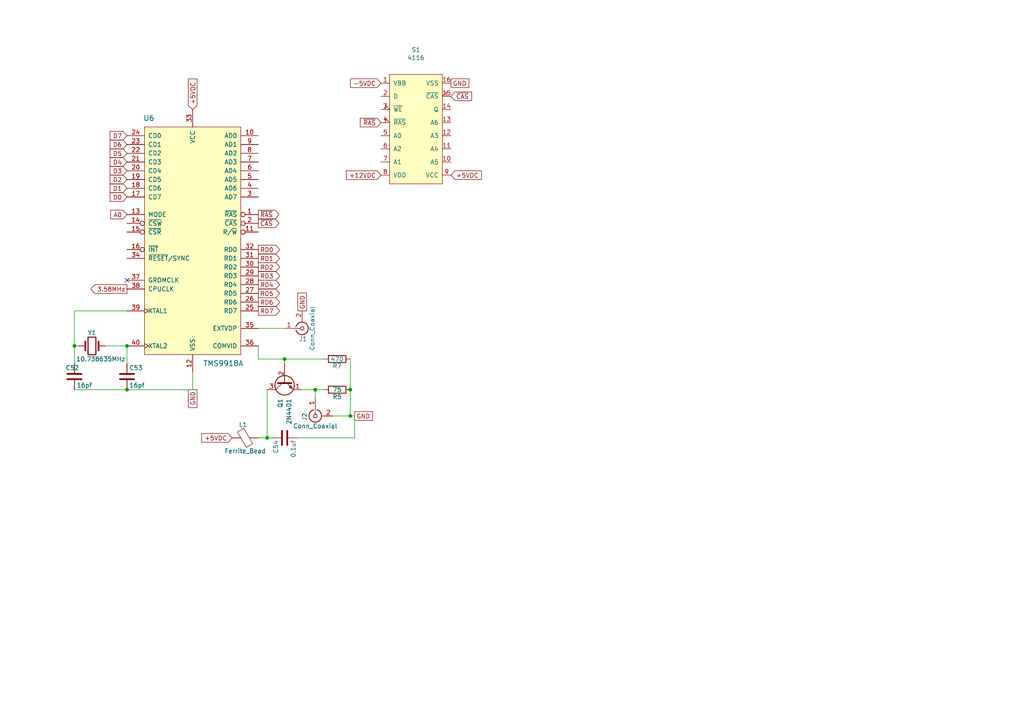
<source format=kicad_sch>
(kicad_sch
	(version 20231120)
	(generator "eeschema")
	(generator_version "8.0")
	(uuid "c0f60775-2c8e-4af1-b9e1-fac1afb44173")
	(paper "A4")
	(lib_symbols
		(symbol "Connector:Conn_Coaxial"
			(pin_names
				(offset 1.016) hide)
			(exclude_from_sim no)
			(in_bom yes)
			(on_board yes)
			(property "Reference" "J"
				(at 0.254 3.048 0)
				(effects
					(font
						(size 1.27 1.27)
					)
				)
			)
			(property "Value" "Conn_Coaxial"
				(at 2.921 0 90)
				(effects
					(font
						(size 1.27 1.27)
					)
				)
			)
			(property "Footprint" ""
				(at 0 0 0)
				(effects
					(font
						(size 1.27 1.27)
					)
					(hide yes)
				)
			)
			(property "Datasheet" " ~"
				(at 0 0 0)
				(effects
					(font
						(size 1.27 1.27)
					)
					(hide yes)
				)
			)
			(property "Description" "coaxial connector (BNC, SMA, SMB, SMC, Cinch/RCA, LEMO, ...)"
				(at 0 0 0)
				(effects
					(font
						(size 1.27 1.27)
					)
					(hide yes)
				)
			)
			(property "ki_keywords" "BNC SMA SMB SMC LEMO coaxial connector CINCH RCA"
				(at 0 0 0)
				(effects
					(font
						(size 1.27 1.27)
					)
					(hide yes)
				)
			)
			(property "ki_fp_filters" "*BNC* *SMA* *SMB* *SMC* *Cinch* *LEMO*"
				(at 0 0 0)
				(effects
					(font
						(size 1.27 1.27)
					)
					(hide yes)
				)
			)
			(symbol "Conn_Coaxial_0_1"
				(arc
					(start -1.778 -0.508)
					(mid 0.222 -1.808)
					(end 1.778 0)
					(stroke
						(width 0.254)
						(type default)
					)
					(fill
						(type none)
					)
				)
				(polyline
					(pts
						(xy -2.54 0) (xy -0.508 0)
					)
					(stroke
						(width 0)
						(type default)
					)
					(fill
						(type none)
					)
				)
				(polyline
					(pts
						(xy 0 -2.54) (xy 0 -1.778)
					)
					(stroke
						(width 0)
						(type default)
					)
					(fill
						(type none)
					)
				)
				(circle
					(center 0 0)
					(radius 0.508)
					(stroke
						(width 0.2032)
						(type default)
					)
					(fill
						(type none)
					)
				)
				(arc
					(start 1.778 0)
					(mid 0.2221 1.8083)
					(end -1.778 0.508)
					(stroke
						(width 0.254)
						(type default)
					)
					(fill
						(type none)
					)
				)
			)
			(symbol "Conn_Coaxial_1_1"
				(pin passive line
					(at -5.08 0 0)
					(length 2.54)
					(name "In"
						(effects
							(font
								(size 1.27 1.27)
							)
						)
					)
					(number "1"
						(effects
							(font
								(size 1.27 1.27)
							)
						)
					)
				)
				(pin passive line
					(at 0 -5.08 90)
					(length 2.54)
					(name "Ext"
						(effects
							(font
								(size 1.27 1.27)
							)
						)
					)
					(number "2"
						(effects
							(font
								(size 1.27 1.27)
							)
						)
					)
				)
			)
		)
		(symbol "Device:C"
			(pin_numbers hide)
			(pin_names
				(offset 0.254)
			)
			(exclude_from_sim no)
			(in_bom yes)
			(on_board yes)
			(property "Reference" "C"
				(at 0.635 2.54 0)
				(effects
					(font
						(size 1.27 1.27)
					)
					(justify left)
				)
			)
			(property "Value" "C"
				(at 0.635 -2.54 0)
				(effects
					(font
						(size 1.27 1.27)
					)
					(justify left)
				)
			)
			(property "Footprint" ""
				(at 0.9652 -3.81 0)
				(effects
					(font
						(size 1.27 1.27)
					)
					(hide yes)
				)
			)
			(property "Datasheet" "~"
				(at 0 0 0)
				(effects
					(font
						(size 1.27 1.27)
					)
					(hide yes)
				)
			)
			(property "Description" "Unpolarized capacitor"
				(at 0 0 0)
				(effects
					(font
						(size 1.27 1.27)
					)
					(hide yes)
				)
			)
			(property "ki_keywords" "cap capacitor"
				(at 0 0 0)
				(effects
					(font
						(size 1.27 1.27)
					)
					(hide yes)
				)
			)
			(property "ki_fp_filters" "C_*"
				(at 0 0 0)
				(effects
					(font
						(size 1.27 1.27)
					)
					(hide yes)
				)
			)
			(symbol "C_0_1"
				(polyline
					(pts
						(xy -2.032 -0.762) (xy 2.032 -0.762)
					)
					(stroke
						(width 0.508)
						(type default)
					)
					(fill
						(type none)
					)
				)
				(polyline
					(pts
						(xy -2.032 0.762) (xy 2.032 0.762)
					)
					(stroke
						(width 0.508)
						(type default)
					)
					(fill
						(type none)
					)
				)
			)
			(symbol "C_1_1"
				(pin passive line
					(at 0 3.81 270)
					(length 2.794)
					(name "~"
						(effects
							(font
								(size 1.27 1.27)
							)
						)
					)
					(number "1"
						(effects
							(font
								(size 1.27 1.27)
							)
						)
					)
				)
				(pin passive line
					(at 0 -3.81 90)
					(length 2.794)
					(name "~"
						(effects
							(font
								(size 1.27 1.27)
							)
						)
					)
					(number "2"
						(effects
							(font
								(size 1.27 1.27)
							)
						)
					)
				)
			)
		)
		(symbol "Device:Crystal"
			(pin_numbers hide)
			(pin_names
				(offset 1.016) hide)
			(exclude_from_sim no)
			(in_bom yes)
			(on_board yes)
			(property "Reference" "Y"
				(at 0 3.81 0)
				(effects
					(font
						(size 1.27 1.27)
					)
				)
			)
			(property "Value" "Crystal"
				(at 0 -3.81 0)
				(effects
					(font
						(size 1.27 1.27)
					)
				)
			)
			(property "Footprint" ""
				(at 0 0 0)
				(effects
					(font
						(size 1.27 1.27)
					)
					(hide yes)
				)
			)
			(property "Datasheet" "~"
				(at 0 0 0)
				(effects
					(font
						(size 1.27 1.27)
					)
					(hide yes)
				)
			)
			(property "Description" "Two pin crystal"
				(at 0 0 0)
				(effects
					(font
						(size 1.27 1.27)
					)
					(hide yes)
				)
			)
			(property "ki_keywords" "quartz ceramic resonator oscillator"
				(at 0 0 0)
				(effects
					(font
						(size 1.27 1.27)
					)
					(hide yes)
				)
			)
			(property "ki_fp_filters" "Crystal*"
				(at 0 0 0)
				(effects
					(font
						(size 1.27 1.27)
					)
					(hide yes)
				)
			)
			(symbol "Crystal_0_1"
				(rectangle
					(start -1.143 2.54)
					(end 1.143 -2.54)
					(stroke
						(width 0.3048)
						(type default)
					)
					(fill
						(type none)
					)
				)
				(polyline
					(pts
						(xy -2.54 0) (xy -1.905 0)
					)
					(stroke
						(width 0)
						(type default)
					)
					(fill
						(type none)
					)
				)
				(polyline
					(pts
						(xy -1.905 -1.27) (xy -1.905 1.27)
					)
					(stroke
						(width 0.508)
						(type default)
					)
					(fill
						(type none)
					)
				)
				(polyline
					(pts
						(xy 1.905 -1.27) (xy 1.905 1.27)
					)
					(stroke
						(width 0.508)
						(type default)
					)
					(fill
						(type none)
					)
				)
				(polyline
					(pts
						(xy 2.54 0) (xy 1.905 0)
					)
					(stroke
						(width 0)
						(type default)
					)
					(fill
						(type none)
					)
				)
			)
			(symbol "Crystal_1_1"
				(pin passive line
					(at -3.81 0 0)
					(length 1.27)
					(name "1"
						(effects
							(font
								(size 1.27 1.27)
							)
						)
					)
					(number "1"
						(effects
							(font
								(size 1.27 1.27)
							)
						)
					)
				)
				(pin passive line
					(at 3.81 0 180)
					(length 1.27)
					(name "2"
						(effects
							(font
								(size 1.27 1.27)
							)
						)
					)
					(number "2"
						(effects
							(font
								(size 1.27 1.27)
							)
						)
					)
				)
			)
		)
		(symbol "Device:Ferrite_Bead"
			(pin_numbers hide)
			(pin_names
				(offset 0)
			)
			(exclude_from_sim no)
			(in_bom yes)
			(on_board yes)
			(property "Reference" "FB"
				(at -3.81 0.635 90)
				(effects
					(font
						(size 1.27 1.27)
					)
				)
			)
			(property "Value" "Device_Ferrite_Bead"
				(at 3.81 0 90)
				(effects
					(font
						(size 1.27 1.27)
					)
				)
			)
			(property "Footprint" ""
				(at -1.778 0 90)
				(effects
					(font
						(size 1.27 1.27)
					)
					(hide yes)
				)
			)
			(property "Datasheet" ""
				(at 0 0 0)
				(effects
					(font
						(size 1.27 1.27)
					)
					(hide yes)
				)
			)
			(property "Description" ""
				(at 0 0 0)
				(effects
					(font
						(size 1.27 1.27)
					)
					(hide yes)
				)
			)
			(property "ki_fp_filters" "Inductor_* L_* *Ferrite*"
				(at 0 0 0)
				(effects
					(font
						(size 1.27 1.27)
					)
					(hide yes)
				)
			)
			(symbol "Ferrite_Bead_0_1"
				(polyline
					(pts
						(xy 0 -1.27) (xy 0 -1.2192)
					)
					(stroke
						(width 0)
						(type default)
					)
					(fill
						(type none)
					)
				)
				(polyline
					(pts
						(xy 0 1.27) (xy 0 1.2954)
					)
					(stroke
						(width 0)
						(type default)
					)
					(fill
						(type none)
					)
				)
				(polyline
					(pts
						(xy -2.7686 0.4064) (xy -1.7018 2.2606) (xy 2.7686 -0.3048) (xy 1.6764 -2.159) (xy -2.7686 0.4064)
					)
					(stroke
						(width 0)
						(type default)
					)
					(fill
						(type none)
					)
				)
			)
			(symbol "Ferrite_Bead_1_1"
				(pin passive line
					(at 0 3.81 270)
					(length 2.54)
					(name "~"
						(effects
							(font
								(size 1.27 1.27)
							)
						)
					)
					(number "1"
						(effects
							(font
								(size 1.27 1.27)
							)
						)
					)
				)
				(pin passive line
					(at 0 -3.81 90)
					(length 2.54)
					(name "~"
						(effects
							(font
								(size 1.27 1.27)
							)
						)
					)
					(number "2"
						(effects
							(font
								(size 1.27 1.27)
							)
						)
					)
				)
			)
		)
		(symbol "Device:Q_NPN_EBC"
			(pin_names
				(offset 0) hide)
			(exclude_from_sim no)
			(in_bom yes)
			(on_board yes)
			(property "Reference" "Q"
				(at 5.08 1.27 0)
				(effects
					(font
						(size 1.27 1.27)
					)
					(justify left)
				)
			)
			(property "Value" "Q_NPN_EBC"
				(at 5.08 -1.27 0)
				(effects
					(font
						(size 1.27 1.27)
					)
					(justify left)
				)
			)
			(property "Footprint" ""
				(at 5.08 2.54 0)
				(effects
					(font
						(size 1.27 1.27)
					)
					(hide yes)
				)
			)
			(property "Datasheet" "~"
				(at 0 0 0)
				(effects
					(font
						(size 1.27 1.27)
					)
					(hide yes)
				)
			)
			(property "Description" "NPN transistor, emitter/base/collector"
				(at 0 0 0)
				(effects
					(font
						(size 1.27 1.27)
					)
					(hide yes)
				)
			)
			(property "ki_keywords" "transistor NPN"
				(at 0 0 0)
				(effects
					(font
						(size 1.27 1.27)
					)
					(hide yes)
				)
			)
			(symbol "Q_NPN_EBC_0_1"
				(polyline
					(pts
						(xy 0.635 0.635) (xy 2.54 2.54)
					)
					(stroke
						(width 0)
						(type default)
					)
					(fill
						(type none)
					)
				)
				(polyline
					(pts
						(xy 0.635 -0.635) (xy 2.54 -2.54) (xy 2.54 -2.54)
					)
					(stroke
						(width 0)
						(type default)
					)
					(fill
						(type none)
					)
				)
				(polyline
					(pts
						(xy 0.635 1.905) (xy 0.635 -1.905) (xy 0.635 -1.905)
					)
					(stroke
						(width 0.508)
						(type default)
					)
					(fill
						(type none)
					)
				)
				(polyline
					(pts
						(xy 1.27 -1.778) (xy 1.778 -1.27) (xy 2.286 -2.286) (xy 1.27 -1.778) (xy 1.27 -1.778)
					)
					(stroke
						(width 0)
						(type default)
					)
					(fill
						(type outline)
					)
				)
				(circle
					(center 1.27 0)
					(radius 2.8194)
					(stroke
						(width 0.254)
						(type default)
					)
					(fill
						(type none)
					)
				)
			)
			(symbol "Q_NPN_EBC_1_1"
				(pin passive line
					(at 2.54 -5.08 90)
					(length 2.54)
					(name "E"
						(effects
							(font
								(size 1.27 1.27)
							)
						)
					)
					(number "1"
						(effects
							(font
								(size 1.27 1.27)
							)
						)
					)
				)
				(pin passive line
					(at -5.08 0 0)
					(length 5.715)
					(name "B"
						(effects
							(font
								(size 1.27 1.27)
							)
						)
					)
					(number "2"
						(effects
							(font
								(size 1.27 1.27)
							)
						)
					)
				)
				(pin passive line
					(at 2.54 5.08 270)
					(length 2.54)
					(name "C"
						(effects
							(font
								(size 1.27 1.27)
							)
						)
					)
					(number "3"
						(effects
							(font
								(size 1.27 1.27)
							)
						)
					)
				)
			)
		)
		(symbol "Device:R"
			(pin_numbers hide)
			(pin_names
				(offset 0)
			)
			(exclude_from_sim no)
			(in_bom yes)
			(on_board yes)
			(property "Reference" "R"
				(at 2.032 0 90)
				(effects
					(font
						(size 1.27 1.27)
					)
				)
			)
			(property "Value" "R"
				(at 0 0 90)
				(effects
					(font
						(size 1.27 1.27)
					)
				)
			)
			(property "Footprint" ""
				(at -1.778 0 90)
				(effects
					(font
						(size 1.27 1.27)
					)
					(hide yes)
				)
			)
			(property "Datasheet" "~"
				(at 0 0 0)
				(effects
					(font
						(size 1.27 1.27)
					)
					(hide yes)
				)
			)
			(property "Description" "Resistor"
				(at 0 0 0)
				(effects
					(font
						(size 1.27 1.27)
					)
					(hide yes)
				)
			)
			(property "ki_keywords" "R res resistor"
				(at 0 0 0)
				(effects
					(font
						(size 1.27 1.27)
					)
					(hide yes)
				)
			)
			(property "ki_fp_filters" "R_*"
				(at 0 0 0)
				(effects
					(font
						(size 1.27 1.27)
					)
					(hide yes)
				)
			)
			(symbol "R_0_1"
				(rectangle
					(start -1.016 -2.54)
					(end 1.016 2.54)
					(stroke
						(width 0.254)
						(type default)
					)
					(fill
						(type none)
					)
				)
			)
			(symbol "R_1_1"
				(pin passive line
					(at 0 3.81 270)
					(length 1.27)
					(name "~"
						(effects
							(font
								(size 1.27 1.27)
							)
						)
					)
					(number "1"
						(effects
							(font
								(size 1.27 1.27)
							)
						)
					)
				)
				(pin passive line
					(at 0 -3.81 90)
					(length 1.27)
					(name "~"
						(effects
							(font
								(size 1.27 1.27)
							)
						)
					)
					(number "2"
						(effects
							(font
								(size 1.27 1.27)
							)
						)
					)
				)
			)
		)
		(symbol "TMS9918-rescue:TMS9918A-TMS9918"
			(pin_names
				(offset 1.016)
			)
			(exclude_from_sim no)
			(in_bom yes)
			(on_board yes)
			(property "Reference" "U"
				(at -12.7 35.56 0)
				(effects
					(font
						(size 1.524 1.524)
					)
				)
			)
			(property "Value" "TMS9918-rescue_TMS9918A-TMS9918"
				(at 8.89 -35.56 0)
				(effects
					(font
						(size 1.524 1.524)
					)
				)
			)
			(property "Footprint" ""
				(at 1.27 2.54 0)
				(effects
					(font
						(size 1.524 1.524)
					)
					(hide yes)
				)
			)
			(property "Datasheet" ""
				(at 1.27 2.54 0)
				(effects
					(font
						(size 1.524 1.524)
					)
					(hide yes)
				)
			)
			(property "Description" ""
				(at 0 0 0)
				(effects
					(font
						(size 1.27 1.27)
					)
					(hide yes)
				)
			)
			(symbol "TMS9918A-TMS9918_0_1"
				(rectangle
					(start -13.97 33.02)
					(end 13.97 -33.02)
					(stroke
						(width 0)
						(type default)
					)
					(fill
						(type background)
					)
				)
			)
			(symbol "TMS9918A-TMS9918_1_1"
				(pin output inverted
					(at 19.05 7.62 180)
					(length 5.08)
					(name "~{RAS}"
						(effects
							(font
								(size 1.27 1.27)
							)
						)
					)
					(number "1"
						(effects
							(font
								(size 1.27 1.27)
							)
						)
					)
				)
				(pin output line
					(at 19.05 30.48 180)
					(length 5.08)
					(name "AD0"
						(effects
							(font
								(size 1.27 1.27)
							)
						)
					)
					(number "10"
						(effects
							(font
								(size 1.27 1.27)
							)
						)
					)
				)
				(pin output inverted
					(at 19.05 2.54 180)
					(length 5.08)
					(name "R/~{W}"
						(effects
							(font
								(size 1.27 1.27)
							)
						)
					)
					(number "11"
						(effects
							(font
								(size 1.27 1.27)
							)
						)
					)
				)
				(pin power_in line
					(at 0 -38.1 90)
					(length 5.08)
					(name "VSS"
						(effects
							(font
								(size 1.27 1.27)
							)
						)
					)
					(number "12"
						(effects
							(font
								(size 1.27 1.27)
							)
						)
					)
				)
				(pin input line
					(at -19.05 7.62 0)
					(length 5.08)
					(name "MODE"
						(effects
							(font
								(size 1.27 1.27)
							)
						)
					)
					(number "13"
						(effects
							(font
								(size 1.27 1.27)
							)
						)
					)
				)
				(pin input inverted
					(at -19.05 5.08 0)
					(length 5.08)
					(name "~{CSW}"
						(effects
							(font
								(size 1.27 1.27)
							)
						)
					)
					(number "14"
						(effects
							(font
								(size 1.27 1.27)
							)
						)
					)
				)
				(pin input inverted
					(at -19.05 2.54 0)
					(length 5.08)
					(name "~{CSR}"
						(effects
							(font
								(size 1.27 1.27)
							)
						)
					)
					(number "15"
						(effects
							(font
								(size 1.27 1.27)
							)
						)
					)
				)
				(pin output inverted
					(at -19.05 -2.54 0)
					(length 5.08)
					(name "~{INT}"
						(effects
							(font
								(size 1.27 1.27)
							)
						)
					)
					(number "16"
						(effects
							(font
								(size 1.27 1.27)
							)
						)
					)
				)
				(pin bidirectional line
					(at -19.05 12.7 0)
					(length 5.08)
					(name "CD7"
						(effects
							(font
								(size 1.27 1.27)
							)
						)
					)
					(number "17"
						(effects
							(font
								(size 1.27 1.27)
							)
						)
					)
				)
				(pin bidirectional line
					(at -19.05 15.24 0)
					(length 5.08)
					(name "CD6"
						(effects
							(font
								(size 1.27 1.27)
							)
						)
					)
					(number "18"
						(effects
							(font
								(size 1.27 1.27)
							)
						)
					)
				)
				(pin bidirectional line
					(at -19.05 17.78 0)
					(length 5.08)
					(name "CD5"
						(effects
							(font
								(size 1.27 1.27)
							)
						)
					)
					(number "19"
						(effects
							(font
								(size 1.27 1.27)
							)
						)
					)
				)
				(pin output inverted
					(at 19.05 5.08 180)
					(length 5.08)
					(name "~{CAS}"
						(effects
							(font
								(size 1.27 1.27)
							)
						)
					)
					(number "2"
						(effects
							(font
								(size 1.27 1.27)
							)
						)
					)
				)
				(pin bidirectional line
					(at -19.05 20.32 0)
					(length 5.08)
					(name "CD4"
						(effects
							(font
								(size 1.27 1.27)
							)
						)
					)
					(number "20"
						(effects
							(font
								(size 1.27 1.27)
							)
						)
					)
				)
				(pin bidirectional line
					(at -19.05 22.86 0)
					(length 5.08)
					(name "CD3"
						(effects
							(font
								(size 1.27 1.27)
							)
						)
					)
					(number "21"
						(effects
							(font
								(size 1.27 1.27)
							)
						)
					)
				)
				(pin bidirectional line
					(at -19.05 25.4 0)
					(length 5.08)
					(name "CD2"
						(effects
							(font
								(size 1.27 1.27)
							)
						)
					)
					(number "22"
						(effects
							(font
								(size 1.27 1.27)
							)
						)
					)
				)
				(pin bidirectional line
					(at -19.05 27.94 0)
					(length 5.08)
					(name "CD1"
						(effects
							(font
								(size 1.27 1.27)
							)
						)
					)
					(number "23"
						(effects
							(font
								(size 1.27 1.27)
							)
						)
					)
				)
				(pin bidirectional line
					(at -19.05 30.48 0)
					(length 5.08)
					(name "CD0"
						(effects
							(font
								(size 1.27 1.27)
							)
						)
					)
					(number "24"
						(effects
							(font
								(size 1.27 1.27)
							)
						)
					)
				)
				(pin input line
					(at 19.05 -20.32 180)
					(length 5.08)
					(name "RD7"
						(effects
							(font
								(size 1.27 1.27)
							)
						)
					)
					(number "25"
						(effects
							(font
								(size 1.27 1.27)
							)
						)
					)
				)
				(pin input line
					(at 19.05 -17.78 180)
					(length 5.08)
					(name "RD6"
						(effects
							(font
								(size 1.27 1.27)
							)
						)
					)
					(number "26"
						(effects
							(font
								(size 1.27 1.27)
							)
						)
					)
				)
				(pin input line
					(at 19.05 -15.24 180)
					(length 5.08)
					(name "RD5"
						(effects
							(font
								(size 1.27 1.27)
							)
						)
					)
					(number "27"
						(effects
							(font
								(size 1.27 1.27)
							)
						)
					)
				)
				(pin input line
					(at 19.05 -12.7 180)
					(length 5.08)
					(name "RD4"
						(effects
							(font
								(size 1.27 1.27)
							)
						)
					)
					(number "28"
						(effects
							(font
								(size 1.27 1.27)
							)
						)
					)
				)
				(pin input line
					(at 19.05 -10.16 180)
					(length 5.08)
					(name "RD3"
						(effects
							(font
								(size 1.27 1.27)
							)
						)
					)
					(number "29"
						(effects
							(font
								(size 1.27 1.27)
							)
						)
					)
				)
				(pin output line
					(at 19.05 12.7 180)
					(length 5.08)
					(name "AD7"
						(effects
							(font
								(size 1.27 1.27)
							)
						)
					)
					(number "3"
						(effects
							(font
								(size 1.27 1.27)
							)
						)
					)
				)
				(pin input line
					(at 19.05 -7.62 180)
					(length 5.08)
					(name "RD2"
						(effects
							(font
								(size 1.27 1.27)
							)
						)
					)
					(number "30"
						(effects
							(font
								(size 1.27 1.27)
							)
						)
					)
				)
				(pin input line
					(at 19.05 -5.08 180)
					(length 5.08)
					(name "RD1"
						(effects
							(font
								(size 1.27 1.27)
							)
						)
					)
					(number "31"
						(effects
							(font
								(size 1.27 1.27)
							)
						)
					)
				)
				(pin input line
					(at 19.05 -2.54 180)
					(length 5.08)
					(name "RD0"
						(effects
							(font
								(size 1.27 1.27)
							)
						)
					)
					(number "32"
						(effects
							(font
								(size 1.27 1.27)
							)
						)
					)
				)
				(pin power_in line
					(at 0 38.1 270)
					(length 5.08)
					(name "VCC"
						(effects
							(font
								(size 1.27 1.27)
							)
						)
					)
					(number "33"
						(effects
							(font
								(size 1.27 1.27)
							)
						)
					)
				)
				(pin input line
					(at -19.05 -5.08 0)
					(length 5.08)
					(name "~{RESET}/SYNC"
						(effects
							(font
								(size 1.27 1.27)
							)
						)
					)
					(number "34"
						(effects
							(font
								(size 1.27 1.27)
							)
						)
					)
				)
				(pin bidirectional line
					(at 19.05 -25.4 180)
					(length 5.08)
					(name "EXTVDP"
						(effects
							(font
								(size 1.27 1.27)
							)
						)
					)
					(number "35"
						(effects
							(font
								(size 1.27 1.27)
							)
						)
					)
				)
				(pin output line
					(at 19.05 -30.48 180)
					(length 5.08)
					(name "COMVID"
						(effects
							(font
								(size 1.27 1.27)
							)
						)
					)
					(number "36"
						(effects
							(font
								(size 1.27 1.27)
							)
						)
					)
				)
				(pin output line
					(at -19.05 -11.43 0)
					(length 5.08)
					(name "GROMCLK"
						(effects
							(font
								(size 1.27 1.27)
							)
						)
					)
					(number "37"
						(effects
							(font
								(size 1.27 1.27)
							)
						)
					)
				)
				(pin output line
					(at -19.05 -13.97 0)
					(length 5.08)
					(name "CPUCLK"
						(effects
							(font
								(size 1.27 1.27)
							)
						)
					)
					(number "38"
						(effects
							(font
								(size 1.27 1.27)
							)
						)
					)
				)
				(pin input clock
					(at -19.05 -20.32 0)
					(length 5.08)
					(name "XTAL1"
						(effects
							(font
								(size 1.27 1.27)
							)
						)
					)
					(number "39"
						(effects
							(font
								(size 1.27 1.27)
							)
						)
					)
				)
				(pin output line
					(at 19.05 15.24 180)
					(length 5.08)
					(name "AD6"
						(effects
							(font
								(size 1.27 1.27)
							)
						)
					)
					(number "4"
						(effects
							(font
								(size 1.27 1.27)
							)
						)
					)
				)
				(pin input clock
					(at -19.05 -30.48 0)
					(length 5.08)
					(name "XTAL2"
						(effects
							(font
								(size 1.27 1.27)
							)
						)
					)
					(number "40"
						(effects
							(font
								(size 1.27 1.27)
							)
						)
					)
				)
				(pin output line
					(at 19.05 17.78 180)
					(length 5.08)
					(name "AD5"
						(effects
							(font
								(size 1.27 1.27)
							)
						)
					)
					(number "5"
						(effects
							(font
								(size 1.27 1.27)
							)
						)
					)
				)
				(pin output line
					(at 19.05 20.32 180)
					(length 5.08)
					(name "AD4"
						(effects
							(font
								(size 1.27 1.27)
							)
						)
					)
					(number "6"
						(effects
							(font
								(size 1.27 1.27)
							)
						)
					)
				)
				(pin output line
					(at 19.05 22.86 180)
					(length 5.08)
					(name "AD3"
						(effects
							(font
								(size 1.27 1.27)
							)
						)
					)
					(number "7"
						(effects
							(font
								(size 1.27 1.27)
							)
						)
					)
				)
				(pin output line
					(at 19.05 25.4 180)
					(length 5.08)
					(name "AD2"
						(effects
							(font
								(size 1.27 1.27)
							)
						)
					)
					(number "8"
						(effects
							(font
								(size 1.27 1.27)
							)
						)
					)
				)
				(pin output line
					(at 19.05 27.94 180)
					(length 5.08)
					(name "AD1"
						(effects
							(font
								(size 1.27 1.27)
							)
						)
					)
					(number "9"
						(effects
							(font
								(size 1.27 1.27)
							)
						)
					)
				)
			)
		)
		(symbol "zxspectrum:ZX_4116_DRAM"
			(pin_names
				(offset 1.016)
			)
			(exclude_from_sim no)
			(in_bom yes)
			(on_board yes)
			(property "Reference" "U"
				(at 0 0 0)
				(effects
					(font
						(size 1.27 1.27)
					)
				)
			)
			(property "Value" "ZX_4116_DRAM"
				(at 0 0 0)
				(effects
					(font
						(size 1.27 1.27)
					)
				)
			)
			(property "Footprint" "Package_DIP:DIP-16_W7.62mm"
				(at 0 0 0)
				(effects
					(font
						(size 1.27 1.27)
					)
					(hide yes)
				)
			)
			(property "Datasheet" ""
				(at 0 0 0)
				(effects
					(font
						(size 1.27 1.27)
					)
					(hide yes)
				)
			)
			(property "Description" ""
				(at 0 0 0)
				(effects
					(font
						(size 1.27 1.27)
					)
					(hide yes)
				)
			)
			(symbol "ZX_4116_DRAM_0_1"
				(rectangle
					(start -7.62 15.24)
					(end 7.62 -16.51)
					(stroke
						(width 0)
						(type solid)
					)
					(fill
						(type background)
					)
				)
			)
			(symbol "ZX_4116_DRAM_1_1"
				(pin power_in line
					(at -10.16 12.7 0)
					(length 2.54)
					(name "VBB"
						(effects
							(font
								(size 1.27 1.27)
							)
						)
					)
					(number "1"
						(effects
							(font
								(size 1.27 1.27)
							)
						)
					)
				)
				(pin input line
					(at 10.16 -10.16 180)
					(length 2.54)
					(name "A5"
						(effects
							(font
								(size 1.27 1.27)
							)
						)
					)
					(number "10"
						(effects
							(font
								(size 1.27 1.27)
							)
						)
					)
				)
				(pin input line
					(at 10.16 -6.35 180)
					(length 2.54)
					(name "A4"
						(effects
							(font
								(size 1.27 1.27)
							)
						)
					)
					(number "11"
						(effects
							(font
								(size 1.27 1.27)
							)
						)
					)
				)
				(pin input line
					(at 10.16 -2.54 180)
					(length 2.54)
					(name "A3"
						(effects
							(font
								(size 1.27 1.27)
							)
						)
					)
					(number "12"
						(effects
							(font
								(size 1.27 1.27)
							)
						)
					)
				)
				(pin input line
					(at 10.16 1.27 180)
					(length 2.54)
					(name "A6"
						(effects
							(font
								(size 1.27 1.27)
							)
						)
					)
					(number "13"
						(effects
							(font
								(size 1.27 1.27)
							)
						)
					)
				)
				(pin output line
					(at 10.16 5.08 180)
					(length 2.54)
					(name "Q"
						(effects
							(font
								(size 1.27 1.27)
							)
						)
					)
					(number "14"
						(effects
							(font
								(size 1.27 1.27)
							)
						)
					)
				)
				(pin input input_low
					(at 10.16 8.89 180)
					(length 2.54)
					(name "~{CAS}"
						(effects
							(font
								(size 1.27 1.27)
							)
						)
					)
					(number "15"
						(effects
							(font
								(size 1.27 1.27)
							)
						)
					)
				)
				(pin power_in line
					(at 10.16 12.7 180)
					(length 2.54)
					(name "VSS"
						(effects
							(font
								(size 1.27 1.27)
							)
						)
					)
					(number "16"
						(effects
							(font
								(size 1.27 1.27)
							)
						)
					)
				)
				(pin input line
					(at -10.16 8.89 0)
					(length 2.54)
					(name "D"
						(effects
							(font
								(size 1.27 1.27)
							)
						)
					)
					(number "2"
						(effects
							(font
								(size 1.27 1.27)
							)
						)
					)
				)
				(pin input input_low
					(at -10.16 5.08 0)
					(length 2.54)
					(name "~{WE}"
						(effects
							(font
								(size 1.27 1.27)
							)
						)
					)
					(number "3"
						(effects
							(font
								(size 1.27 1.27)
							)
						)
					)
				)
				(pin input input_low
					(at -10.16 1.27 0)
					(length 2.54)
					(name "~{RAS}"
						(effects
							(font
								(size 1.27 1.27)
							)
						)
					)
					(number "4"
						(effects
							(font
								(size 1.27 1.27)
							)
						)
					)
				)
				(pin input line
					(at -10.16 -2.54 0)
					(length 2.54)
					(name "A0"
						(effects
							(font
								(size 1.27 1.27)
							)
						)
					)
					(number "5"
						(effects
							(font
								(size 1.27 1.27)
							)
						)
					)
				)
				(pin input line
					(at -10.16 -6.35 0)
					(length 2.54)
					(name "A2"
						(effects
							(font
								(size 1.27 1.27)
							)
						)
					)
					(number "6"
						(effects
							(font
								(size 1.27 1.27)
							)
						)
					)
				)
				(pin input line
					(at -10.16 -10.16 0)
					(length 2.54)
					(name "A1"
						(effects
							(font
								(size 1.27 1.27)
							)
						)
					)
					(number "7"
						(effects
							(font
								(size 1.27 1.27)
							)
						)
					)
				)
				(pin power_in line
					(at -10.16 -13.97 0)
					(length 2.54)
					(name "VDD"
						(effects
							(font
								(size 1.27 1.27)
							)
						)
					)
					(number "8"
						(effects
							(font
								(size 1.27 1.27)
							)
						)
					)
				)
				(pin power_in line
					(at 10.16 -13.97 180)
					(length 2.54)
					(name "VCC"
						(effects
							(font
								(size 1.27 1.27)
							)
						)
					)
					(number "9"
						(effects
							(font
								(size 1.27 1.27)
							)
						)
					)
				)
			)
		)
	)
	(junction
		(at 36.83 113.03)
		(diameter 0)
		(color 0 0 0 0)
		(uuid "4c59d40d-c10a-42ce-b8a4-9ad5373795b5")
	)
	(junction
		(at 82.55 104.14)
		(diameter 0)
		(color 0 0 0 0)
		(uuid "64a822dd-4ba9-4228-b076-6d13505b4d0a")
	)
	(junction
		(at 21.59 100.33)
		(diameter 0)
		(color 0 0 0 0)
		(uuid "6e54b2f3-953c-41fa-baab-d6dfc44a6454")
	)
	(junction
		(at 101.6 113.03)
		(diameter 0)
		(color 0 0 0 0)
		(uuid "74f49622-a71a-4562-be95-571ca14810bb")
	)
	(junction
		(at 36.83 100.33)
		(diameter 0)
		(color 0 0 0 0)
		(uuid "8d4c54a5-7a0e-4680-b7be-4dd51a6dc07c")
	)
	(junction
		(at 91.44 113.03)
		(diameter 0)
		(color 0 0 0 0)
		(uuid "ca6fe9e4-4d52-4c76-84fc-4aa5c55a9fb9")
	)
	(junction
		(at 77.47 127)
		(diameter 0)
		(color 0 0 0 0)
		(uuid "ce9ba87d-d895-4c3b-bb54-5482a7ad833e")
	)
	(junction
		(at 101.6 120.65)
		(diameter 0)
		(color 0 0 0 0)
		(uuid "d9814667-e2b2-4a7f-bbea-c72ac88449f8")
	)
	(no_connect
		(at 36.83 81.28)
		(uuid "c830883a-ecdd-4b72-8503-0cd30f95313f")
	)
	(wire
		(pts
			(xy 74.93 104.14) (xy 74.93 100.33)
		)
		(stroke
			(width 0)
			(type default)
		)
		(uuid "03403b31-f4be-4c98-802c-82b46febe3bf")
	)
	(wire
		(pts
			(xy 21.59 90.17) (xy 36.83 90.17)
		)
		(stroke
			(width 0)
			(type default)
		)
		(uuid "11573a48-f2de-4e9f-abf4-49589681b48f")
	)
	(wire
		(pts
			(xy 91.44 113.03) (xy 91.44 115.57)
		)
		(stroke
			(width 0)
			(type default)
		)
		(uuid "140dd124-4af7-4425-96f6-a95c7acbf985")
	)
	(wire
		(pts
			(xy 87.63 113.03) (xy 91.44 113.03)
		)
		(stroke
			(width 0)
			(type default)
		)
		(uuid "29aebd6e-4b34-4a0e-8bef-ed35dc8b5576")
	)
	(wire
		(pts
			(xy 21.59 113.03) (xy 36.83 113.03)
		)
		(stroke
			(width 0)
			(type default)
		)
		(uuid "2c072ee6-7e47-4f96-8a03-04b639f11da6")
	)
	(wire
		(pts
			(xy 74.93 104.14) (xy 82.55 104.14)
		)
		(stroke
			(width 0)
			(type default)
		)
		(uuid "37780682-3bcf-4ec5-adfb-e233c8939380")
	)
	(wire
		(pts
			(xy 82.55 104.14) (xy 82.55 105.41)
		)
		(stroke
			(width 0)
			(type default)
		)
		(uuid "443787b7-0c7a-4e67-bc2c-7e6841808fa9")
	)
	(wire
		(pts
			(xy 101.6 113.03) (xy 101.6 104.14)
		)
		(stroke
			(width 0)
			(type default)
		)
		(uuid "46b56476-50cd-452f-987c-0f2e6c273cb4")
	)
	(wire
		(pts
			(xy 102.87 127) (xy 86.36 127)
		)
		(stroke
			(width 0)
			(type default)
		)
		(uuid "4bcc3e6b-091e-4c4a-956a-7dc22e667dae")
	)
	(wire
		(pts
			(xy 74.93 95.25) (xy 82.55 95.25)
		)
		(stroke
			(width 0)
			(type default)
		)
		(uuid "597b8f0a-da62-49ff-9fe3-1ddd51709516")
	)
	(wire
		(pts
			(xy 101.6 120.65) (xy 102.87 120.65)
		)
		(stroke
			(width 0)
			(type default)
		)
		(uuid "6e457223-82b3-444d-a0e7-37e20fac9c00")
	)
	(wire
		(pts
			(xy 21.59 100.33) (xy 22.86 100.33)
		)
		(stroke
			(width 0)
			(type default)
		)
		(uuid "75d9c71f-d392-41d5-af7e-62ebe6e5382d")
	)
	(wire
		(pts
			(xy 102.87 127) (xy 102.87 120.65)
		)
		(stroke
			(width 0)
			(type default)
		)
		(uuid "8641ef08-b6fd-4026-800b-400a95990b4a")
	)
	(wire
		(pts
			(xy 55.88 107.95) (xy 55.88 113.03)
		)
		(stroke
			(width 0)
			(type default)
		)
		(uuid "8942d41b-d05c-4367-86f3-4d493aacf028")
	)
	(wire
		(pts
			(xy 36.83 113.03) (xy 55.88 113.03)
		)
		(stroke
			(width 0)
			(type default)
		)
		(uuid "98e1bf24-4e0c-410e-bb56-efeeadf5b251")
	)
	(wire
		(pts
			(xy 36.83 105.41) (xy 36.83 100.33)
		)
		(stroke
			(width 0)
			(type default)
		)
		(uuid "a6fad23c-1625-4698-9c00-f90d671e5a1e")
	)
	(wire
		(pts
			(xy 21.59 90.17) (xy 21.59 100.33)
		)
		(stroke
			(width 0)
			(type default)
		)
		(uuid "a76d997c-997b-485e-ab78-75521ceb1f69")
	)
	(wire
		(pts
			(xy 101.6 120.65) (xy 101.6 113.03)
		)
		(stroke
			(width 0)
			(type default)
		)
		(uuid "b427c2a1-3473-437b-a304-d10635eea9d7")
	)
	(wire
		(pts
			(xy 30.48 100.33) (xy 36.83 100.33)
		)
		(stroke
			(width 0)
			(type default)
		)
		(uuid "c2f37a50-a251-4fff-a396-42a32695fa69")
	)
	(wire
		(pts
			(xy 77.47 113.03) (xy 77.47 127)
		)
		(stroke
			(width 0)
			(type default)
		)
		(uuid "c801a633-6e5a-41d3-bdfe-df06f6ed3ac9")
	)
	(wire
		(pts
			(xy 82.55 104.14) (xy 93.98 104.14)
		)
		(stroke
			(width 0)
			(type default)
		)
		(uuid "cbc4201d-47a8-49da-91cc-780c86609cd9")
	)
	(wire
		(pts
			(xy 77.47 127) (xy 78.74 127)
		)
		(stroke
			(width 0)
			(type default)
		)
		(uuid "cf38f236-eea8-481b-82cf-f0b460ec47f9")
	)
	(wire
		(pts
			(xy 21.59 100.33) (xy 21.59 105.41)
		)
		(stroke
			(width 0)
			(type default)
		)
		(uuid "d2fce0c8-3131-44f4-ae0f-a972e09f69bc")
	)
	(wire
		(pts
			(xy 74.93 127) (xy 77.47 127)
		)
		(stroke
			(width 0)
			(type default)
		)
		(uuid "f0ce0dec-ab1e-425c-a6bd-63afe16fd278")
	)
	(wire
		(pts
			(xy 91.44 113.03) (xy 93.98 113.03)
		)
		(stroke
			(width 0)
			(type default)
		)
		(uuid "f3df0482-39d6-440d-87a3-cc4039aef267")
	)
	(wire
		(pts
			(xy 96.52 120.65) (xy 101.6 120.65)
		)
		(stroke
			(width 0)
			(type default)
		)
		(uuid "fab37073-8a06-41d3-840b-b5c411234041")
	)
	(global_label "D2"
		(shape input)
		(at 36.83 52.07 180)
		(fields_autoplaced yes)
		(effects
			(font
				(size 1.27 1.27)
			)
			(justify right)
		)
		(uuid "08a18aea-4184-4d4c-99a7-c1696a272064")
		(property "Intersheetrefs" "${INTERSHEET_REFS}"
			(at 31.3653 52.07 0)
			(effects
				(font
					(size 1.27 1.27)
				)
				(justify right)
				(hide yes)
			)
		)
	)
	(global_label "3.58MHz"
		(shape output)
		(at 36.83 83.82 180)
		(fields_autoplaced yes)
		(effects
			(font
				(size 1.27 1.27)
			)
			(justify right)
		)
		(uuid "0a22b31b-c887-46a2-85a6-52764260bc32")
		(property "Intersheetrefs" "${INTERSHEET_REFS}"
			(at 25.8015 83.82 0)
			(effects
				(font
					(size 1.27 1.27)
				)
				(justify right)
				(hide yes)
			)
		)
	)
	(global_label "D6"
		(shape input)
		(at 36.83 41.91 180)
		(fields_autoplaced yes)
		(effects
			(font
				(size 1.27 1.27)
			)
			(justify right)
		)
		(uuid "0ca36258-36e5-48ba-8664-9991fdab2cda")
		(property "Intersheetrefs" "${INTERSHEET_REFS}"
			(at 31.3653 41.91 0)
			(effects
				(font
					(size 1.27 1.27)
				)
				(justify right)
				(hide yes)
			)
		)
	)
	(global_label "RD0"
		(shape output)
		(at 74.93 72.39 0)
		(fields_autoplaced yes)
		(effects
			(font
				(size 1.27 1.27)
			)
			(justify left)
		)
		(uuid "12148bc3-3b9e-4cae-beb2-745c5cd2eea8")
		(property "Intersheetrefs" "${INTERSHEET_REFS}"
			(at 81.6647 72.39 0)
			(effects
				(font
					(size 1.27 1.27)
				)
				(justify left)
				(hide yes)
			)
		)
	)
	(global_label "GND"
		(shape passive)
		(at 87.63 90.17 90)
		(fields_autoplaced yes)
		(effects
			(font
				(size 1.27 1.27)
			)
			(justify left)
		)
		(uuid "128a66d8-6155-4e84-91aa-f66b2ca325c0")
		(property "Intersheetrefs" "${INTERSHEET_REFS}"
			(at 87.63 84.4256 90)
			(effects
				(font
					(size 1.27 1.27)
				)
				(justify left)
				(hide yes)
			)
		)
	)
	(global_label "+5VDC"
		(shape input)
		(at 55.88 31.75 90)
		(fields_autoplaced yes)
		(effects
			(font
				(size 1.27 1.27)
			)
			(justify left)
		)
		(uuid "1ee68177-0e41-4dbf-b0d5-8756658b01d5")
		(property "Intersheetrefs" "${INTERSHEET_REFS}"
			(at 55.88 22.3543 90)
			(effects
				(font
					(size 1.27 1.27)
				)
				(justify left)
				(hide yes)
			)
		)
	)
	(global_label "RD2"
		(shape output)
		(at 74.93 77.47 0)
		(fields_autoplaced yes)
		(effects
			(font
				(size 1.27 1.27)
			)
			(justify left)
		)
		(uuid "20db10e8-675c-4d9f-94c8-da8d75cca5da")
		(property "Intersheetrefs" "${INTERSHEET_REFS}"
			(at 81.6647 77.47 0)
			(effects
				(font
					(size 1.27 1.27)
				)
				(justify left)
				(hide yes)
			)
		)
	)
	(global_label "A0"
		(shape input)
		(at 36.83 62.23 180)
		(fields_autoplaced yes)
		(effects
			(font
				(size 1.27 1.27)
			)
			(justify right)
		)
		(uuid "24d0bfaa-d988-4c37-8469-34ce1a7baa0b")
		(property "Intersheetrefs" "${INTERSHEET_REFS}"
			(at 31.5467 62.23 0)
			(effects
				(font
					(size 1.27 1.27)
				)
				(justify right)
				(hide yes)
			)
		)
	)
	(global_label "D3"
		(shape input)
		(at 36.83 49.53 180)
		(fields_autoplaced yes)
		(effects
			(font
				(size 1.27 1.27)
			)
			(justify right)
		)
		(uuid "273fca5d-e96e-4e74-8685-edbf47d21ed5")
		(property "Intersheetrefs" "${INTERSHEET_REFS}"
			(at 31.3653 49.53 0)
			(effects
				(font
					(size 1.27 1.27)
				)
				(justify right)
				(hide yes)
			)
		)
	)
	(global_label "D1"
		(shape input)
		(at 36.83 54.61 180)
		(fields_autoplaced yes)
		(effects
			(font
				(size 1.27 1.27)
			)
			(justify right)
		)
		(uuid "38525a32-dd0c-40de-81a5-c6da4b0a1e2a")
		(property "Intersheetrefs" "${INTERSHEET_REFS}"
			(at 31.3653 54.61 0)
			(effects
				(font
					(size 1.27 1.27)
				)
				(justify right)
				(hide yes)
			)
		)
	)
	(global_label "GND"
		(shape passive)
		(at 102.87 120.65 0)
		(fields_autoplaced yes)
		(effects
			(font
				(size 1.27 1.27)
			)
			(justify left)
		)
		(uuid "3e44cd77-959b-4896-8b21-a530969175a0")
		(property "Intersheetrefs" "${INTERSHEET_REFS}"
			(at 108.6144 120.65 0)
			(effects
				(font
					(size 1.27 1.27)
				)
				(justify left)
				(hide yes)
			)
		)
	)
	(global_label "D7"
		(shape input)
		(at 36.83 39.37 180)
		(fields_autoplaced yes)
		(effects
			(font
				(size 1.27 1.27)
			)
			(justify right)
		)
		(uuid "4050bd0a-f2e1-45b2-97c3-1acc701106f5")
		(property "Intersheetrefs" "${INTERSHEET_REFS}"
			(at 31.3653 39.37 0)
			(effects
				(font
					(size 1.27 1.27)
				)
				(justify right)
				(hide yes)
			)
		)
	)
	(global_label "~{CAS}"
		(shape output)
		(at 74.93 64.77 0)
		(fields_autoplaced yes)
		(effects
			(font
				(size 1.27 1.27)
			)
			(justify left)
		)
		(uuid "41e22cda-0f54-4f53-9379-2a2dd427203f")
		(property "Intersheetrefs" "${INTERSHEET_REFS}"
			(at 81.4833 64.77 0)
			(effects
				(font
					(size 1.27 1.27)
				)
				(justify left)
				(hide yes)
			)
		)
	)
	(global_label "RD5"
		(shape output)
		(at 74.93 85.09 0)
		(fields_autoplaced yes)
		(effects
			(font
				(size 1.27 1.27)
			)
			(justify left)
		)
		(uuid "4fc9a524-9c0e-45e1-a477-d13d7b28574b")
		(property "Intersheetrefs" "${INTERSHEET_REFS}"
			(at 81.6647 85.09 0)
			(effects
				(font
					(size 1.27 1.27)
				)
				(justify left)
				(hide yes)
			)
		)
	)
	(global_label "+12VDC"
		(shape input)
		(at 110.49 50.8 180)
		(fields_autoplaced yes)
		(effects
			(font
				(size 1.27 1.27)
			)
			(justify right)
		)
		(uuid "5c3089b2-0134-47fa-bb31-79ff1050a6e1")
		(property "Intersheetrefs" "${INTERSHEET_REFS}"
			(at 99.8848 50.8 0)
			(effects
				(font
					(size 1.27 1.27)
				)
				(justify right)
				(hide yes)
			)
		)
	)
	(global_label "RD1"
		(shape output)
		(at 74.93 74.93 0)
		(fields_autoplaced yes)
		(effects
			(font
				(size 1.27 1.27)
			)
			(justify left)
		)
		(uuid "6746e642-4120-4532-9260-ace021b37642")
		(property "Intersheetrefs" "${INTERSHEET_REFS}"
			(at 81.6647 74.93 0)
			(effects
				(font
					(size 1.27 1.27)
				)
				(justify left)
				(hide yes)
			)
		)
	)
	(global_label "D5"
		(shape input)
		(at 36.83 44.45 180)
		(fields_autoplaced yes)
		(effects
			(font
				(size 1.27 1.27)
			)
			(justify right)
		)
		(uuid "72816827-94c4-46a3-9d53-51954efcf1c5")
		(property "Intersheetrefs" "${INTERSHEET_REFS}"
			(at 31.3653 44.45 0)
			(effects
				(font
					(size 1.27 1.27)
				)
				(justify right)
				(hide yes)
			)
		)
	)
	(global_label "~{RAS}"
		(shape input)
		(at 110.49 35.56 180)
		(fields_autoplaced yes)
		(effects
			(font
				(size 1.27 1.27)
			)
			(justify right)
		)
		(uuid "74ae291c-0b95-4954-9df4-8efec9edad2b")
		(property "Intersheetrefs" "${INTERSHEET_REFS}"
			(at 103.9367 35.56 0)
			(effects
				(font
					(size 1.27 1.27)
				)
				(justify right)
				(hide yes)
			)
		)
	)
	(global_label "~{CAS}"
		(shape input)
		(at 130.81 27.94 0)
		(fields_autoplaced yes)
		(effects
			(font
				(size 1.27 1.27)
			)
			(justify left)
		)
		(uuid "7dbd2e70-0e53-4538-966e-8ffdf1c03047")
		(property "Intersheetrefs" "${INTERSHEET_REFS}"
			(at 137.3633 27.94 0)
			(effects
				(font
					(size 1.27 1.27)
				)
				(justify left)
				(hide yes)
			)
		)
	)
	(global_label "RD7"
		(shape output)
		(at 74.93 90.17 0)
		(fields_autoplaced yes)
		(effects
			(font
				(size 1.27 1.27)
			)
			(justify left)
		)
		(uuid "80717b79-c795-4cce-95e8-93945e02b62c")
		(property "Intersheetrefs" "${INTERSHEET_REFS}"
			(at 81.6647 90.17 0)
			(effects
				(font
					(size 1.27 1.27)
				)
				(justify left)
				(hide yes)
			)
		)
	)
	(global_label "RD6"
		(shape output)
		(at 74.93 87.63 0)
		(fields_autoplaced yes)
		(effects
			(font
				(size 1.27 1.27)
			)
			(justify left)
		)
		(uuid "9eeb5ef8-39b3-4c72-ba02-e6950e88be2f")
		(property "Intersheetrefs" "${INTERSHEET_REFS}"
			(at 81.6647 87.63 0)
			(effects
				(font
					(size 1.27 1.27)
				)
				(justify left)
				(hide yes)
			)
		)
	)
	(global_label "GND"
		(shape passive)
		(at 55.88 113.03 270)
		(fields_autoplaced yes)
		(effects
			(font
				(size 1.27 1.27)
			)
			(justify right)
		)
		(uuid "a449a37b-8110-4745-9356-65073a54aea6")
		(property "Intersheetrefs" "${INTERSHEET_REFS}"
			(at 55.88 118.7744 90)
			(effects
				(font
					(size 1.27 1.27)
				)
				(justify right)
				(hide yes)
			)
		)
	)
	(global_label "~{RAS}"
		(shape output)
		(at 74.93 62.23 0)
		(fields_autoplaced yes)
		(effects
			(font
				(size 1.27 1.27)
			)
			(justify left)
		)
		(uuid "b20370d5-acce-4991-b6fa-8a457144d33d")
		(property "Intersheetrefs" "${INTERSHEET_REFS}"
			(at 81.4833 62.23 0)
			(effects
				(font
					(size 1.27 1.27)
				)
				(justify left)
				(hide yes)
			)
		)
	)
	(global_label "+5VDC"
		(shape input)
		(at 130.81 50.8 0)
		(fields_autoplaced yes)
		(effects
			(font
				(size 1.27 1.27)
			)
			(justify left)
		)
		(uuid "b27f8e4f-acb0-4ef4-acfc-8b7f0834e4cb")
		(property "Intersheetrefs" "${INTERSHEET_REFS}"
			(at 140.2057 50.8 0)
			(effects
				(font
					(size 1.27 1.27)
				)
				(justify left)
				(hide yes)
			)
		)
	)
	(global_label "D0"
		(shape input)
		(at 36.83 57.15 180)
		(fields_autoplaced yes)
		(effects
			(font
				(size 1.27 1.27)
			)
			(justify right)
		)
		(uuid "b3c1f2a0-69b9-4a2e-b56a-a7f35c83f9fc")
		(property "Intersheetrefs" "${INTERSHEET_REFS}"
			(at 31.3653 57.15 0)
			(effects
				(font
					(size 1.27 1.27)
				)
				(justify right)
				(hide yes)
			)
		)
	)
	(global_label "GND"
		(shape passive)
		(at 130.81 24.13 0)
		(fields_autoplaced yes)
		(effects
			(font
				(size 1.27 1.27)
			)
			(justify left)
		)
		(uuid "b9dbfe7e-988c-4c29-b9bc-cde7ab5a8715")
		(property "Intersheetrefs" "${INTERSHEET_REFS}"
			(at 136.5544 24.13 0)
			(effects
				(font
					(size 1.27 1.27)
				)
				(justify left)
				(hide yes)
			)
		)
	)
	(global_label "D4"
		(shape input)
		(at 36.83 46.99 180)
		(fields_autoplaced yes)
		(effects
			(font
				(size 1.27 1.27)
			)
			(justify right)
		)
		(uuid "c2262939-978b-4b67-9c26-297caee61d19")
		(property "Intersheetrefs" "${INTERSHEET_REFS}"
			(at 31.3653 46.99 0)
			(effects
				(font
					(size 1.27 1.27)
				)
				(justify right)
				(hide yes)
			)
		)
	)
	(global_label "RD3"
		(shape output)
		(at 74.93 80.01 0)
		(fields_autoplaced yes)
		(effects
			(font
				(size 1.27 1.27)
			)
			(justify left)
		)
		(uuid "cf23d52d-ecf6-4d44-b4f0-c88a8d3a67b4")
		(property "Intersheetrefs" "${INTERSHEET_REFS}"
			(at 81.6647 80.01 0)
			(effects
				(font
					(size 1.27 1.27)
				)
				(justify left)
				(hide yes)
			)
		)
	)
	(global_label "+5VDC"
		(shape input)
		(at 67.31 127 180)
		(fields_autoplaced yes)
		(effects
			(font
				(size 1.27 1.27)
			)
			(justify right)
		)
		(uuid "d9111401-9bc9-4ff5-9a90-0d34f029d0fc")
		(property "Intersheetrefs" "${INTERSHEET_REFS}"
			(at 57.9143 127 0)
			(effects
				(font
					(size 1.27 1.27)
				)
				(justify right)
				(hide yes)
			)
		)
	)
	(global_label "-5VDC"
		(shape input)
		(at 110.49 24.13 180)
		(fields_autoplaced yes)
		(effects
			(font
				(size 1.27 1.27)
			)
			(justify right)
		)
		(uuid "f2fb940f-9d7b-4a21-bb96-414f70423c31")
		(property "Intersheetrefs" "${INTERSHEET_REFS}"
			(at 101.0943 24.13 0)
			(effects
				(font
					(size 1.27 1.27)
				)
				(justify right)
				(hide yes)
			)
		)
	)
	(global_label "RD4"
		(shape output)
		(at 74.93 82.55 0)
		(fields_autoplaced yes)
		(effects
			(font
				(size 1.27 1.27)
			)
			(justify left)
		)
		(uuid "fecc7416-1d7e-4c8e-8770-478f89f303fc")
		(property "Intersheetrefs" "${INTERSHEET_REFS}"
			(at 81.6647 82.55 0)
			(effects
				(font
					(size 1.27 1.27)
				)
				(justify left)
				(hide yes)
			)
		)
	)
	(symbol
		(lib_id "Device:C")
		(at 21.59 109.22 0)
		(unit 1)
		(exclude_from_sim no)
		(in_bom yes)
		(on_board yes)
		(dnp no)
		(uuid "0803dae3-e0ee-4383-9eb1-b8962720d2cb")
		(property "Reference" "C52"
			(at 19.05 106.68 0)
			(effects
				(font
					(size 1.27 1.27)
				)
				(justify left)
			)
		)
		(property "Value" "16pf"
			(at 22.225 111.76 0)
			(effects
				(font
					(size 1.27 1.27)
				)
				(justify left)
			)
		)
		(property "Footprint" "Capacitor_THT:C_Disc_D3.0mm_W1.6mm_P2.50mm"
			(at 22.5552 113.03 0)
			(effects
				(font
					(size 1.27 1.27)
				)
				(hide yes)
			)
		)
		(property "Datasheet" ""
			(at 21.59 109.22 0)
			(effects
				(font
					(size 1.27 1.27)
				)
				(hide yes)
			)
		)
		(property "Description" ""
			(at 21.59 109.22 0)
			(effects
				(font
					(size 1.27 1.27)
				)
				(hide yes)
			)
		)
		(pin "1"
			(uuid "705efd42-8f35-4067-8864-20a44172aa93")
		)
		(pin "2"
			(uuid "69dc241c-e070-4ea8-982b-cbaf5d004191")
		)
		(instances
			(project "EZ48"
				(path "/314449a7-2290-4acd-84cf-f85c76b7719b/593fd55f-ead5-420f-9d64-65d15c74e793"
					(reference "C52")
					(unit 1)
				)
			)
		)
	)
	(symbol
		(lib_id "Device:Q_NPN_EBC")
		(at 82.55 110.49 90)
		(mirror x)
		(unit 1)
		(exclude_from_sim no)
		(in_bom yes)
		(on_board yes)
		(dnp no)
		(uuid "28d10590-b120-406f-86ee-980bb6fdcb0f")
		(property "Reference" "Q1"
			(at 81.28 115.57 0)
			(effects
				(font
					(size 1.27 1.27)
				)
				(justify left)
			)
		)
		(property "Value" "2N4401"
			(at 83.82 115.57 0)
			(effects
				(font
					(size 1.27 1.27)
				)
				(justify left)
			)
		)
		(property "Footprint" "Package_TO_SOT_THT:TO-92"
			(at 80.01 115.57 0)
			(effects
				(font
					(size 1.27 1.27)
				)
				(hide yes)
			)
		)
		(property "Datasheet" ""
			(at 82.55 110.49 0)
			(effects
				(font
					(size 1.27 1.27)
				)
				(hide yes)
			)
		)
		(property "Description" ""
			(at 82.55 110.49 0)
			(effects
				(font
					(size 1.27 1.27)
				)
				(hide yes)
			)
		)
		(pin "1"
			(uuid "eea1c0c3-2307-4733-aeeb-cc720cdb686b")
		)
		(pin "2"
			(uuid "3b9b73ad-f7f6-44c2-99a3-617a782935b4")
		)
		(pin "3"
			(uuid "3522c553-a84a-4a47-a61a-4fb1cc3d9a61")
		)
		(instances
			(project "EZ48"
				(path "/314449a7-2290-4acd-84cf-f85c76b7719b/593fd55f-ead5-420f-9d64-65d15c74e793"
					(reference "Q1")
					(unit 1)
				)
			)
		)
	)
	(symbol
		(lib_id "TMS9918-rescue:TMS9918A-TMS9918")
		(at 55.88 69.85 0)
		(unit 1)
		(exclude_from_sim no)
		(in_bom yes)
		(on_board yes)
		(dnp no)
		(uuid "798e10be-d2a2-42bb-9ca2-df3dc8e4c1f8")
		(property "Reference" "U6"
			(at 43.18 34.29 0)
			(effects
				(font
					(size 1.524 1.524)
				)
			)
		)
		(property "Value" "TMS9918A"
			(at 64.77 105.41 0)
			(effects
				(font
					(size 1.524 1.524)
				)
			)
		)
		(property "Footprint" "Package_DIP:DIP-40_W15.24mm_Socket"
			(at 57.15 67.31 0)
			(effects
				(font
					(size 1.524 1.524)
				)
				(hide yes)
			)
		)
		(property "Datasheet" ""
			(at 57.15 67.31 0)
			(effects
				(font
					(size 1.524 1.524)
				)
				(hide yes)
			)
		)
		(property "Description" ""
			(at 55.88 69.85 0)
			(effects
				(font
					(size 1.27 1.27)
				)
				(hide yes)
			)
		)
		(pin "1"
			(uuid "c76bb5c3-f357-4bcc-a280-f987dfdcef60")
		)
		(pin "10"
			(uuid "6afcc749-b50c-4cff-bd21-5941911aa099")
		)
		(pin "11"
			(uuid "72fded49-7fe4-47e9-9d02-2b0000de5d3e")
		)
		(pin "12"
			(uuid "74a815ae-1345-4166-bae6-c9e0cd7a742f")
		)
		(pin "13"
			(uuid "7f100e7d-1f4f-42d1-8023-5e94f2f4aa42")
		)
		(pin "14"
			(uuid "734518a4-dfbf-46a1-8a18-1075996f5dd4")
		)
		(pin "15"
			(uuid "9a910828-0538-4453-8cc3-d6e55ff1b0ed")
		)
		(pin "16"
			(uuid "2c6a1f46-011f-4fb3-8354-2c653ec65d57")
		)
		(pin "17"
			(uuid "2fbab71f-3f9d-4b7d-87d1-bd9992d9c368")
		)
		(pin "18"
			(uuid "700b8b5f-58d0-44dc-878d-2f745c8321d8")
		)
		(pin "19"
			(uuid "69ea4d64-7d22-416f-bdf5-ec3a2e4c4005")
		)
		(pin "2"
			(uuid "1575f59b-deae-4a97-a0eb-df1622fd3704")
		)
		(pin "20"
			(uuid "f7debdf9-58b7-471b-a91d-042e2a78ad1f")
		)
		(pin "21"
			(uuid "550e2f21-6be3-402a-b5a5-5ad811971d92")
		)
		(pin "22"
			(uuid "d637f02d-c919-44ca-bd5c-d8d090383867")
		)
		(pin "23"
			(uuid "4ef07970-246f-4c5f-9896-165596a13291")
		)
		(pin "24"
			(uuid "ff5f557e-3e10-4e74-be4e-295a6447e615")
		)
		(pin "25"
			(uuid "26fbbe8b-a2e7-4c0a-9941-1f4d46f5fcd7")
		)
		(pin "26"
			(uuid "e0534359-1e9a-4e40-a618-527265059b8d")
		)
		(pin "27"
			(uuid "bd21be6e-c5ba-4633-80cf-216aff963a16")
		)
		(pin "28"
			(uuid "07622ea4-f905-4033-9067-b874e772a8c4")
		)
		(pin "29"
			(uuid "d6447d05-00f3-454d-b0c7-df6fb20ed2a7")
		)
		(pin "3"
			(uuid "978a69fb-788e-443f-b3cd-f537d4aaeee5")
		)
		(pin "30"
			(uuid "225f21bc-6ec5-4ede-bcf3-4536c40e44a0")
		)
		(pin "31"
			(uuid "745516d5-7d57-45ab-bbcd-7822d03c308e")
		)
		(pin "32"
			(uuid "6d728512-2151-43b8-af1e-aa2f35bd6c39")
		)
		(pin "33"
			(uuid "01ca6014-e1bf-4c90-9483-746464a3a249")
		)
		(pin "34"
			(uuid "cdc50a73-0c7e-4713-8041-e07dc01915f9")
		)
		(pin "35"
			(uuid "8a7ddac9-1613-4573-b10c-e40c502cdf9f")
		)
		(pin "36"
			(uuid "ed7956ff-00ae-44b2-bb63-f95a72a43235")
		)
		(pin "37"
			(uuid "5815503d-2a6e-4040-ae0c-03e7c9cf46c0")
		)
		(pin "38"
			(uuid "439fb619-1771-47ef-b3a0-8157b992e646")
		)
		(pin "39"
			(uuid "c682337d-dad9-4218-bc0f-893f3e6b66f1")
		)
		(pin "4"
			(uuid "d5341aea-8b7a-496e-af73-d8ce062cdbc9")
		)
		(pin "40"
			(uuid "e85d98a1-b57c-4fa9-8eba-1c2dd218db21")
		)
		(pin "5"
			(uuid "a1d7fb32-8f5e-4422-84fc-86d47934f3de")
		)
		(pin "6"
			(uuid "1ca7e80e-8625-4f3b-97fa-567a4a1b788e")
		)
		(pin "7"
			(uuid "f93d35b4-450b-4964-a835-37c6582b19bb")
		)
		(pin "8"
			(uuid "16461714-37f1-4da7-8b7b-660e143d0900")
		)
		(pin "9"
			(uuid "6b4544db-5013-4a6c-bb20-1b7021623ac2")
		)
		(instances
			(project "EZ48"
				(path "/314449a7-2290-4acd-84cf-f85c76b7719b/593fd55f-ead5-420f-9d64-65d15c74e793"
					(reference "U6")
					(unit 1)
				)
			)
		)
	)
	(symbol
		(lib_id "Device:C")
		(at 36.83 109.22 0)
		(unit 1)
		(exclude_from_sim no)
		(in_bom yes)
		(on_board yes)
		(dnp no)
		(uuid "8a094dad-5e65-4131-ac86-4d4a623ba18b")
		(property "Reference" "C53"
			(at 37.465 106.68 0)
			(effects
				(font
					(size 1.27 1.27)
				)
				(justify left)
			)
		)
		(property "Value" "16pf"
			(at 37.465 111.76 0)
			(effects
				(font
					(size 1.27 1.27)
				)
				(justify left)
			)
		)
		(property "Footprint" "Capacitor_THT:C_Disc_D3.0mm_W1.6mm_P2.50mm"
			(at 37.7952 113.03 0)
			(effects
				(font
					(size 1.27 1.27)
				)
				(hide yes)
			)
		)
		(property "Datasheet" ""
			(at 36.83 109.22 0)
			(effects
				(font
					(size 1.27 1.27)
				)
				(hide yes)
			)
		)
		(property "Description" ""
			(at 36.83 109.22 0)
			(effects
				(font
					(size 1.27 1.27)
				)
				(hide yes)
			)
		)
		(pin "1"
			(uuid "b4347dcb-25d0-4fc1-a4ea-25b3d955edbb")
		)
		(pin "2"
			(uuid "bd822292-c83b-44d3-bf2a-cba38510b5cb")
		)
		(instances
			(project "EZ48"
				(path "/314449a7-2290-4acd-84cf-f85c76b7719b/593fd55f-ead5-420f-9d64-65d15c74e793"
					(reference "C53")
					(unit 1)
				)
			)
		)
	)
	(symbol
		(lib_id "Device:R")
		(at 97.79 104.14 90)
		(mirror x)
		(unit 1)
		(exclude_from_sim no)
		(in_bom yes)
		(on_board yes)
		(dnp no)
		(uuid "9d1b66cb-2766-4581-ab46-1b3da497f987")
		(property "Reference" "R7"
			(at 97.79 106.172 90)
			(effects
				(font
					(size 1.27 1.27)
				)
			)
		)
		(property "Value" "470"
			(at 97.79 104.14 90)
			(effects
				(font
					(size 1.27 1.27)
				)
			)
		)
		(property "Footprint" "Resistor_THT:R_Axial_DIN0207_L6.3mm_D2.5mm_P7.62mm_Horizontal"
			(at 97.79 102.362 90)
			(effects
				(font
					(size 1.27 1.27)
				)
				(hide yes)
			)
		)
		(property "Datasheet" ""
			(at 97.79 104.14 0)
			(effects
				(font
					(size 1.27 1.27)
				)
				(hide yes)
			)
		)
		(property "Description" ""
			(at 97.79 104.14 0)
			(effects
				(font
					(size 1.27 1.27)
				)
				(hide yes)
			)
		)
		(pin "1"
			(uuid "ed9b5d4d-6997-4351-b7b9-ab7631ea4c2f")
		)
		(pin "2"
			(uuid "31b7afe6-9d36-4817-8e04-86449af32982")
		)
		(instances
			(project "EZ48"
				(path "/314449a7-2290-4acd-84cf-f85c76b7719b/593fd55f-ead5-420f-9d64-65d15c74e793"
					(reference "R7")
					(unit 1)
				)
			)
		)
	)
	(symbol
		(lib_id "Connector:Conn_Coaxial")
		(at 87.63 95.25 0)
		(mirror x)
		(unit 1)
		(exclude_from_sim no)
		(in_bom yes)
		(on_board yes)
		(dnp no)
		(uuid "9f5ee298-50ed-492e-97af-59bf389dea0d")
		(property "Reference" "J1"
			(at 87.884 98.298 0)
			(effects
				(font
					(size 1.27 1.27)
				)
			)
		)
		(property "Value" "Conn_Coaxial"
			(at 90.551 95.25 90)
			(effects
				(font
					(size 1.27 1.27)
				)
			)
		)
		(property "Footprint" "w_conn_av:KLPX-0848A"
			(at 87.63 95.25 0)
			(effects
				(font
					(size 1.27 1.27)
				)
				(hide yes)
			)
		)
		(property "Datasheet" ""
			(at 87.63 95.25 0)
			(effects
				(font
					(size 1.27 1.27)
				)
				(hide yes)
			)
		)
		(property "Description" ""
			(at 87.63 95.25 0)
			(effects
				(font
					(size 1.27 1.27)
				)
				(hide yes)
			)
		)
		(pin "1"
			(uuid "0bd3f4ac-9cc4-42d8-a9a1-94dc96e4a430")
		)
		(pin "2"
			(uuid "03aa956d-a9d1-4d8b-baf0-dffc446032ec")
		)
		(instances
			(project "EZ48"
				(path "/314449a7-2290-4acd-84cf-f85c76b7719b/593fd55f-ead5-420f-9d64-65d15c74e793"
					(reference "J1")
					(unit 1)
				)
			)
		)
	)
	(symbol
		(lib_id "Device:R")
		(at 97.79 113.03 90)
		(mirror x)
		(unit 1)
		(exclude_from_sim no)
		(in_bom yes)
		(on_board yes)
		(dnp no)
		(uuid "a4c2e539-9f1f-47ca-b72c-7fe3d00da761")
		(property "Reference" "R5"
			(at 97.79 115.062 90)
			(effects
				(font
					(size 1.27 1.27)
				)
			)
		)
		(property "Value" "75"
			(at 97.79 113.03 90)
			(effects
				(font
					(size 1.27 1.27)
				)
			)
		)
		(property "Footprint" "Resistor_THT:R_Axial_DIN0207_L6.3mm_D2.5mm_P7.62mm_Horizontal"
			(at 97.79 111.252 90)
			(effects
				(font
					(size 1.27 1.27)
				)
				(hide yes)
			)
		)
		(property "Datasheet" ""
			(at 97.79 113.03 0)
			(effects
				(font
					(size 1.27 1.27)
				)
				(hide yes)
			)
		)
		(property "Description" ""
			(at 97.79 113.03 0)
			(effects
				(font
					(size 1.27 1.27)
				)
				(hide yes)
			)
		)
		(pin "1"
			(uuid "bc981498-84a3-4440-9d3c-e0898a0a2e61")
		)
		(pin "2"
			(uuid "380276ed-86d6-4732-a0b7-3d899129d263")
		)
		(instances
			(project "EZ48"
				(path "/314449a7-2290-4acd-84cf-f85c76b7719b/593fd55f-ead5-420f-9d64-65d15c74e793"
					(reference "R5")
					(unit 1)
				)
			)
		)
	)
	(symbol
		(lib_id "Device:C")
		(at 82.55 127 90)
		(mirror x)
		(unit 1)
		(exclude_from_sim no)
		(in_bom yes)
		(on_board yes)
		(dnp no)
		(uuid "afad5be2-de9e-464e-8dfc-e478ae5b969f")
		(property "Reference" "C54"
			(at 80.01 127.635 0)
			(effects
				(font
					(size 1.27 1.27)
				)
				(justify left)
			)
		)
		(property "Value" "0.1uf"
			(at 85.09 127.635 0)
			(effects
				(font
					(size 1.27 1.27)
				)
				(justify left)
			)
		)
		(property "Footprint" "Capacitor_THT:C_Disc_D3.0mm_W1.6mm_P2.50mm"
			(at 86.36 127.9652 0)
			(effects
				(font
					(size 1.27 1.27)
				)
				(hide yes)
			)
		)
		(property "Datasheet" ""
			(at 82.55 127 0)
			(effects
				(font
					(size 1.27 1.27)
				)
				(hide yes)
			)
		)
		(property "Description" ""
			(at 82.55 127 0)
			(effects
				(font
					(size 1.27 1.27)
				)
				(hide yes)
			)
		)
		(pin "1"
			(uuid "21a6b399-e612-4c4f-afee-6c872e34b72c")
		)
		(pin "2"
			(uuid "97cc0a6b-b487-408f-bff1-ad28130ca0f0")
		)
		(instances
			(project "EZ48"
				(path "/314449a7-2290-4acd-84cf-f85c76b7719b/593fd55f-ead5-420f-9d64-65d15c74e793"
					(reference "C54")
					(unit 1)
				)
			)
		)
	)
	(symbol
		(lib_id "Device:Crystal")
		(at 26.67 100.33 0)
		(unit 1)
		(exclude_from_sim no)
		(in_bom yes)
		(on_board yes)
		(dnp no)
		(uuid "b0fb6c50-35b1-426a-83fb-ddd497ab1f72")
		(property "Reference" "Y1"
			(at 26.67 96.52 0)
			(effects
				(font
					(size 1.27 1.27)
				)
			)
		)
		(property "Value" "10.738635MHz"
			(at 29.21 104.14 0)
			(effects
				(font
					(size 1.27 1.27)
				)
			)
		)
		(property "Footprint" "Crystal:Crystal_HC49-4H_Vertical"
			(at 26.67 100.33 0)
			(effects
				(font
					(size 1.27 1.27)
				)
				(hide yes)
			)
		)
		(property "Datasheet" ""
			(at 26.67 100.33 0)
			(effects
				(font
					(size 1.27 1.27)
				)
				(hide yes)
			)
		)
		(property "Description" ""
			(at 26.67 100.33 0)
			(effects
				(font
					(size 1.27 1.27)
				)
				(hide yes)
			)
		)
		(pin "1"
			(uuid "7568691b-a6cb-4908-8b95-0aa2934237a2")
		)
		(pin "2"
			(uuid "0146b2cf-54e9-4757-ab82-9b6fe295ccae")
		)
		(instances
			(project "EZ48"
				(path "/314449a7-2290-4acd-84cf-f85c76b7719b/593fd55f-ead5-420f-9d64-65d15c74e793"
					(reference "Y1")
					(unit 1)
				)
			)
		)
	)
	(symbol
		(lib_id "zxspectrum:ZX_4116_DRAM")
		(at 120.65 36.83 0)
		(unit 1)
		(exclude_from_sim no)
		(in_bom yes)
		(on_board yes)
		(dnp no)
		(uuid "b910f3ff-d828-476b-bfa6-9513e2aed644")
		(property "Reference" "S1"
			(at 120.65 14.4526 0)
			(effects
				(font
					(size 1.27 1.27)
				)
			)
		)
		(property "Value" "4116"
			(at 120.65 16.764 0)
			(effects
				(font
					(size 1.27 1.27)
				)
			)
		)
		(property "Footprint" "Package_DIP:DIP-16_W7.62mm_Socket_LongPads"
			(at 125.73 31.75 0)
			(effects
				(font
					(size 1.27 1.27)
				)
				(hide yes)
			)
		)
		(property "Datasheet" ""
			(at 125.73 31.75 0)
			(effects
				(font
					(size 1.27 1.27)
				)
				(hide yes)
			)
		)
		(property "Description" ""
			(at 120.65 36.83 0)
			(effects
				(font
					(size 1.27 1.27)
				)
				(hide yes)
			)
		)
		(pin "1"
			(uuid "997559eb-b291-4c93-a32c-4bf21ffa5f2e")
		)
		(pin "13"
			(uuid "fce7624e-50ed-4362-874b-6445f370eb78")
		)
		(pin "7"
			(uuid "4e67daa1-85f8-4916-95b8-34abe841892e")
		)
		(pin "16"
			(uuid "3c0e4fca-3874-4ad5-a750-5b8846933c65")
		)
		(pin "5"
			(uuid "e8e595a9-847c-40c2-8300-624f4d76ae67")
		)
		(pin "4"
			(uuid "66c28b99-afa0-4fd8-97b4-e32e692a528d")
		)
		(pin "14"
			(uuid "7b636c9a-90cd-45b2-82d6-64ebb7726b6b")
		)
		(pin "15"
			(uuid "ee5d60c8-6422-48d4-abfc-f48e7fe673d2")
		)
		(pin "8"
			(uuid "585855c1-3a8c-44c1-98c8-c15e232aba7b")
		)
		(pin "9"
			(uuid "0cfc1b41-ffad-40ed-90aa-4fd5c67b3a9d")
		)
		(pin "12"
			(uuid "abab09e8-7235-496a-a68b-54402e93dda8")
		)
		(pin "2"
			(uuid "da1225ba-9086-4cd8-8d5c-2184448bf0d7")
		)
		(pin "3"
			(uuid "a54b9db1-440d-453c-8f22-f47e4f0cdde6")
		)
		(pin "6"
			(uuid "442a2a94-e96c-4c4d-a4d4-68e8af177e17")
		)
		(pin "10"
			(uuid "fe139aab-4baf-4a2b-b28e-1cd2f446e1ff")
		)
		(pin "11"
			(uuid "7ff803a4-488f-40ac-9ed7-96b260bd841f")
		)
		(instances
			(project "EZ48"
				(path "/314449a7-2290-4acd-84cf-f85c76b7719b/593fd55f-ead5-420f-9d64-65d15c74e793"
					(reference "S1")
					(unit 1)
				)
			)
		)
	)
	(symbol
		(lib_id "Device:Ferrite_Bead")
		(at 71.12 127 90)
		(mirror x)
		(unit 1)
		(exclude_from_sim no)
		(in_bom yes)
		(on_board yes)
		(dnp no)
		(uuid "c8136fba-1914-4fa8-8ca0-d266bf90517a")
		(property "Reference" "L1"
			(at 70.485 123.19 90)
			(effects
				(font
					(size 1.27 1.27)
				)
			)
		)
		(property "Value" "Ferrite_Bead"
			(at 71.12 130.81 90)
			(effects
				(font
					(size 1.27 1.27)
				)
			)
		)
		(property "Footprint" "Resistor_THT:R_Axial_DIN0207_L6.3mm_D2.5mm_P7.62mm_Horizontal"
			(at 71.12 125.222 90)
			(effects
				(font
					(size 1.27 1.27)
				)
				(hide yes)
			)
		)
		(property "Datasheet" ""
			(at 71.12 127 0)
			(effects
				(font
					(size 1.27 1.27)
				)
				(hide yes)
			)
		)
		(property "Description" ""
			(at 71.12 127 0)
			(effects
				(font
					(size 1.27 1.27)
				)
				(hide yes)
			)
		)
		(pin "1"
			(uuid "0ed03a56-6540-47e9-b244-1808cadc206d")
		)
		(pin "2"
			(uuid "a8775638-ae1b-497a-b853-17d2bfca7143")
		)
		(instances
			(project "EZ48"
				(path "/314449a7-2290-4acd-84cf-f85c76b7719b/593fd55f-ead5-420f-9d64-65d15c74e793"
					(reference "L1")
					(unit 1)
				)
			)
		)
	)
	(symbol
		(lib_id "Connector:Conn_Coaxial")
		(at 91.44 120.65 90)
		(mirror x)
		(unit 1)
		(exclude_from_sim no)
		(in_bom yes)
		(on_board yes)
		(dnp no)
		(uuid "deb53953-d5b9-4c19-aab2-add0a30264ae")
		(property "Reference" "J2"
			(at 88.392 120.904 0)
			(effects
				(font
					(size 1.27 1.27)
				)
			)
		)
		(property "Value" "Conn_Coaxial"
			(at 91.44 123.571 90)
			(effects
				(font
					(size 1.27 1.27)
				)
			)
		)
		(property "Footprint" "w_conn_av:KLPX-0848A"
			(at 91.44 120.65 0)
			(effects
				(font
					(size 1.27 1.27)
				)
				(hide yes)
			)
		)
		(property "Datasheet" ""
			(at 91.44 120.65 0)
			(effects
				(font
					(size 1.27 1.27)
				)
				(hide yes)
			)
		)
		(property "Description" ""
			(at 91.44 120.65 0)
			(effects
				(font
					(size 1.27 1.27)
				)
				(hide yes)
			)
		)
		(pin "1"
			(uuid "06d1c1f6-aefc-4894-aea7-130415ac59b4")
		)
		(pin "2"
			(uuid "7f2ef34c-d2c0-4e43-98da-8c1554b9d233")
		)
		(instances
			(project "EZ48"
				(path "/314449a7-2290-4acd-84cf-f85c76b7719b/593fd55f-ead5-420f-9d64-65d15c74e793"
					(reference "J2")
					(unit 1)
				)
			)
		)
	)
)

</source>
